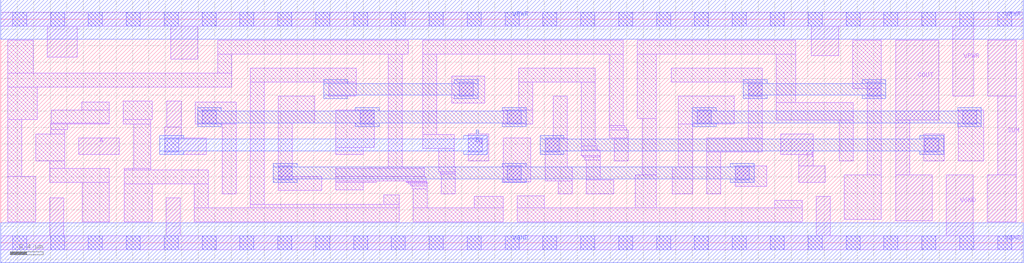
<source format=lef>
# Copyright 2020 The SkyWater PDK Authors
#
# Licensed under the Apache License, Version 2.0 (the "License");
# you may not use this file except in compliance with the License.
# You may obtain a copy of the License at
#
#     https://www.apache.org/licenses/LICENSE-2.0
#
# Unless required by applicable law or agreed to in writing, software
# distributed under the License is distributed on an "AS IS" BASIS,
# WITHOUT WARRANTIES OR CONDITIONS OF ANY KIND, either express or implied.
# See the License for the specific language governing permissions and
# limitations under the License.
#
# SPDX-License-Identifier: Apache-2.0

VERSION 5.7 ;
  NAMESCASESENSITIVE ON ;
  NOWIREEXTENSIONATPIN ON ;
  DIVIDERCHAR "/" ;
  BUSBITCHARS "[]" ;
UNITS
  DATABASE MICRONS 200 ;
END UNITS
MACRO sky130_fd_sc_hd__fah_1
  CLASS CORE ;
  SOURCE USER ;
  FOREIGN sky130_fd_sc_hd__fah_1 ;
  ORIGIN  0.000000  0.000000 ;
  SIZE  12.42000 BY  2.720000 ;
  SYMMETRY X Y R90 ;
  SITE unithd ;
  PIN A
    ANTENNAGATEAREA  0.492000 ;
    DIRECTION INPUT ;
    USE SIGNAL ;
    PORT
      LAYER li1 ;
        RECT 0.950000 1.075000 1.440000 1.275000 ;
    END
  END A
  PIN B
    ANTENNAGATEAREA  0.691500 ;
    DIRECTION INPUT ;
    USE SIGNAL ;
    PORT
      LAYER li1 ;
        RECT 1.990000 1.075000 2.495000 1.275000 ;
        RECT 1.990000 1.275000 2.190000 1.410000 ;
        RECT 2.015000 1.410000 2.190000 1.725000 ;
        RECT 5.675000 0.995000 5.925000 1.325000 ;
      LAYER mcon ;
        RECT 1.990000 1.105000 2.160000 1.275000 ;
        RECT 5.680000 1.105000 5.850000 1.275000 ;
      LAYER met1 ;
        RECT 1.930000 1.075000 2.220000 1.120000 ;
        RECT 1.930000 1.120000 5.910000 1.260000 ;
        RECT 1.930000 1.260000 2.220000 1.305000 ;
        RECT 5.620000 1.075000 5.910000 1.120000 ;
        RECT 5.620000 1.260000 5.910000 1.305000 ;
    END
  END B
  PIN CI
    ANTENNAGATEAREA  0.246000 ;
    DIRECTION INPUT ;
    USE SIGNAL ;
    PORT
      LAYER li1 ;
        RECT 9.475000 1.075000  9.865000 1.325000 ;
        RECT 9.690000 0.735000 10.010000 0.935000 ;
        RECT 9.690000 0.935000  9.865000 1.075000 ;
    END
  END CI
  PIN COUT
    ANTENNADIFFAREA  0.435500 ;
    DIRECTION OUTPUT ;
    USE SIGNAL ;
    PORT
      LAYER li1 ;
        RECT 10.870000 0.270000 11.310000 0.825000 ;
        RECT 10.870000 0.825000 11.040000 1.495000 ;
        RECT 10.870000 1.495000 11.390000 2.465000 ;
    END
  END COUT
  PIN SUM
    ANTENNADIFFAREA  0.506000 ;
    DIRECTION OUTPUT ;
    USE SIGNAL ;
    PORT
      LAYER li1 ;
        RECT 11.980000 0.255000 12.335000 0.825000 ;
        RECT 11.985000 1.785000 12.335000 2.465000 ;
        RECT 12.110000 0.825000 12.335000 1.785000 ;
    END
  END SUM
  PIN VGND
    DIRECTION INOUT ;
    SHAPE ABUTMENT ;
    USE GROUND ;
    PORT
      LAYER li1 ;
        RECT  0.000000 -0.085000 12.420000 0.085000 ;
        RECT  0.595000  0.085000  0.765000 0.545000 ;
        RECT  2.010000  0.085000  2.180000 0.545000 ;
        RECT  9.905000  0.085000 10.075000 0.565000 ;
        RECT 11.480000  0.085000 11.810000 0.825000 ;
      LAYER mcon ;
        RECT  0.145000 -0.085000  0.315000 0.085000 ;
        RECT  0.605000 -0.085000  0.775000 0.085000 ;
        RECT  1.065000 -0.085000  1.235000 0.085000 ;
        RECT  1.525000 -0.085000  1.695000 0.085000 ;
        RECT  1.985000 -0.085000  2.155000 0.085000 ;
        RECT  2.445000 -0.085000  2.615000 0.085000 ;
        RECT  2.905000 -0.085000  3.075000 0.085000 ;
        RECT  3.365000 -0.085000  3.535000 0.085000 ;
        RECT  3.825000 -0.085000  3.995000 0.085000 ;
        RECT  4.285000 -0.085000  4.455000 0.085000 ;
        RECT  4.745000 -0.085000  4.915000 0.085000 ;
        RECT  5.205000 -0.085000  5.375000 0.085000 ;
        RECT  5.665000 -0.085000  5.835000 0.085000 ;
        RECT  6.125000 -0.085000  6.295000 0.085000 ;
        RECT  6.585000 -0.085000  6.755000 0.085000 ;
        RECT  7.045000 -0.085000  7.215000 0.085000 ;
        RECT  7.505000 -0.085000  7.675000 0.085000 ;
        RECT  7.965000 -0.085000  8.135000 0.085000 ;
        RECT  8.425000 -0.085000  8.595000 0.085000 ;
        RECT  8.885000 -0.085000  9.055000 0.085000 ;
        RECT  9.345000 -0.085000  9.515000 0.085000 ;
        RECT  9.805000 -0.085000  9.975000 0.085000 ;
        RECT 10.265000 -0.085000 10.435000 0.085000 ;
        RECT 10.725000 -0.085000 10.895000 0.085000 ;
        RECT 11.185000 -0.085000 11.355000 0.085000 ;
        RECT 11.645000 -0.085000 11.815000 0.085000 ;
        RECT 12.105000 -0.085000 12.275000 0.085000 ;
      LAYER met1 ;
        RECT 0.000000 -0.240000 12.420000 0.240000 ;
    END
  END VGND
  PIN VPWR
    DIRECTION INOUT ;
    SHAPE ABUTMENT ;
    USE POWER ;
    PORT
      LAYER li1 ;
        RECT  0.000000 2.635000 12.420000 2.805000 ;
        RECT  0.565000 2.260000  0.930000 2.635000 ;
        RECT  2.065000 2.235000  2.395000 2.635000 ;
        RECT  9.840000 2.275000 10.175000 2.635000 ;
        RECT 11.560000 1.785000 11.815000 2.635000 ;
      LAYER mcon ;
        RECT  0.145000 2.635000  0.315000 2.805000 ;
        RECT  0.605000 2.635000  0.775000 2.805000 ;
        RECT  1.065000 2.635000  1.235000 2.805000 ;
        RECT  1.525000 2.635000  1.695000 2.805000 ;
        RECT  1.985000 2.635000  2.155000 2.805000 ;
        RECT  2.445000 2.635000  2.615000 2.805000 ;
        RECT  2.905000 2.635000  3.075000 2.805000 ;
        RECT  3.365000 2.635000  3.535000 2.805000 ;
        RECT  3.825000 2.635000  3.995000 2.805000 ;
        RECT  4.285000 2.635000  4.455000 2.805000 ;
        RECT  4.745000 2.635000  4.915000 2.805000 ;
        RECT  5.205000 2.635000  5.375000 2.805000 ;
        RECT  5.665000 2.635000  5.835000 2.805000 ;
        RECT  6.125000 2.635000  6.295000 2.805000 ;
        RECT  6.585000 2.635000  6.755000 2.805000 ;
        RECT  7.045000 2.635000  7.215000 2.805000 ;
        RECT  7.505000 2.635000  7.675000 2.805000 ;
        RECT  7.965000 2.635000  8.135000 2.805000 ;
        RECT  8.425000 2.635000  8.595000 2.805000 ;
        RECT  8.885000 2.635000  9.055000 2.805000 ;
        RECT  9.345000 2.635000  9.515000 2.805000 ;
        RECT  9.805000 2.635000  9.975000 2.805000 ;
        RECT 10.265000 2.635000 10.435000 2.805000 ;
        RECT 10.725000 2.635000 10.895000 2.805000 ;
        RECT 11.185000 2.635000 11.355000 2.805000 ;
        RECT 11.645000 2.635000 11.815000 2.805000 ;
        RECT 12.105000 2.635000 12.275000 2.805000 ;
      LAYER met1 ;
        RECT 0.000000 2.480000 12.420000 2.960000 ;
    END
  END VPWR
  OBS
    LAYER li1 ;
      RECT  0.085000 0.255000  0.425000 0.805000 ;
      RECT  0.085000 0.805000  0.255000 1.500000 ;
      RECT  0.085000 1.500000  0.445000 1.895000 ;
      RECT  0.085000 1.895000  2.805000 2.065000 ;
      RECT  0.085000 2.065000  0.395000 2.465000 ;
      RECT  0.425000 0.995000  0.780000 1.325000 ;
      RECT  0.595000 0.735000  1.320000 0.905000 ;
      RECT  0.595000 0.905000  0.780000 0.995000 ;
      RECT  0.610000 1.325000  0.780000 1.380000 ;
      RECT  0.610000 1.380000  0.815000 1.445000 ;
      RECT  0.610000 1.445000  1.315000 1.455000 ;
      RECT  0.615000 1.455000  1.315000 1.615000 ;
      RECT  0.985000 1.615000  1.315000 1.715000 ;
      RECT  0.990000 0.255000  1.320000 0.735000 ;
      RECT  1.490000 1.445000  1.820000 1.500000 ;
      RECT  1.490000 1.500000  1.840000 1.725000 ;
      RECT  1.500000 0.255000  1.840000 0.715000 ;
      RECT  1.500000 0.715000  2.520000 0.885000 ;
      RECT  1.500000 0.885000  1.820000 0.905000 ;
      RECT  1.615000 0.905000  1.820000 1.445000 ;
      RECT  2.350000 0.255000  4.840000 0.425000 ;
      RECT  2.350000 0.425000  2.520000 0.715000 ;
      RECT  2.360000 1.445000  2.860000 1.715000 ;
      RECT  2.635000 2.065000  2.805000 2.295000 ;
      RECT  2.635000 2.295000  4.950000 2.465000 ;
      RECT  2.690000 0.595000  2.860000 1.445000 ;
      RECT  3.030000 0.425000  4.840000 0.465000 ;
      RECT  3.030000 0.465000  3.200000 1.955000 ;
      RECT  3.030000 1.955000  4.320000 2.125000 ;
      RECT  3.370000 0.635000  3.900000 0.805000 ;
      RECT  3.370000 0.805000  3.540000 1.455000 ;
      RECT  3.370000 1.455000  3.815000 1.785000 ;
      RECT  3.985000 1.785000  4.320000 1.955000 ;
      RECT  4.070000 0.645000  4.400000 0.735000 ;
      RECT  4.070000 0.735000  4.560000 0.755000 ;
      RECT  4.070000 0.755000  5.170000 0.780000 ;
      RECT  4.070000 0.780000  5.155000 0.805000 ;
      RECT  4.070000 0.805000  5.145000 0.905000 ;
      RECT  4.070000 1.075000  4.400000 1.160000 ;
      RECT  4.070000 1.160000  4.535000 1.615000 ;
      RECT  4.480000 0.905000  5.145000 0.925000 ;
      RECT  4.650000 0.465000  4.840000 0.585000 ;
      RECT  4.705000 0.925000  4.875000 2.295000 ;
      RECT  4.925000 0.735000  5.180000 0.740000 ;
      RECT  4.925000 0.740000  5.170000 0.755000 ;
      RECT  4.950000 0.715000  5.180000 0.735000 ;
      RECT  4.980000 0.690000  5.180000 0.715000 ;
      RECT  5.000000 0.655000  5.180000 0.690000 ;
      RECT  5.010000 0.255000  6.100000 0.425000 ;
      RECT  5.010000 0.425000  5.180000 0.655000 ;
      RECT  5.125000 1.150000  5.505000 1.320000 ;
      RECT  5.125000 1.320000  5.295000 2.295000 ;
      RECT  5.125000 2.295000  7.560000 2.465000 ;
      RECT  5.320000 0.865000  5.520000 0.925000 ;
      RECT  5.320000 0.925000  5.505000 1.150000 ;
      RECT  5.335000 0.840000  5.520000 0.865000 ;
      RECT  5.350000 0.595000  5.520000 0.840000 ;
      RECT  5.475000 1.700000  5.875000 2.030000 ;
      RECT  5.750000 0.425000  6.100000 0.565000 ;
      RECT  6.105000 0.740000  6.435000 1.275000 ;
      RECT  6.105000 1.445000  6.460000 1.615000 ;
      RECT  6.270000 0.255000  9.735000 0.425000 ;
      RECT  6.270000 0.425000  6.600000 0.570000 ;
      RECT  6.290000 1.615000  6.460000 1.955000 ;
      RECT  6.290000 1.955000  7.220000 2.125000 ;
      RECT  6.610000 0.755000  6.940000 0.925000 ;
      RECT  6.610000 0.925000  6.880000 1.275000 ;
      RECT  6.710000 1.275000  6.880000 1.785000 ;
      RECT  6.770000 0.595000  6.940000 0.755000 ;
      RECT  7.050000 1.060000  7.280000 1.130000 ;
      RECT  7.050000 1.130000  7.245000 1.175000 ;
      RECT  7.050000 1.175000  7.220000 1.955000 ;
      RECT  7.065000 1.045000  7.280000 1.060000 ;
      RECT  7.090000 1.010000  7.280000 1.045000 ;
      RECT  7.110000 0.595000  7.445000 0.765000 ;
      RECT  7.110000 0.765000  7.280000 1.010000 ;
      RECT  7.390000 1.275000  7.620000 1.375000 ;
      RECT  7.390000 1.375000  7.595000 1.400000 ;
      RECT  7.390000 1.400000  7.575000 1.425000 ;
      RECT  7.390000 1.425000  7.560000 2.295000 ;
      RECT  7.450000 0.995000  7.620000 1.275000 ;
      RECT  7.705000 0.425000  7.960000 0.825000 ;
      RECT  7.730000 1.510000  7.960000 2.295000 ;
      RECT  7.730000 2.295000  9.655000 2.465000 ;
      RECT  7.790000 0.825000  7.960000 1.510000 ;
      RECT  8.145000 1.955000  9.250000 2.125000 ;
      RECT  8.155000 0.595000  8.405000 0.925000 ;
      RECT  8.225000 0.925000  8.405000 1.445000 ;
      RECT  8.225000 1.445000  8.910000 1.785000 ;
      RECT  8.575000 0.595000  8.745000 1.105000 ;
      RECT  8.575000 1.105000  9.250000 1.275000 ;
      RECT  8.920000 0.685000  9.300000 0.935000 ;
      RECT  9.080000 1.275000  9.250000 1.955000 ;
      RECT  9.400000 0.425000  9.735000 0.515000 ;
      RECT  9.420000 1.495000 10.350000 1.705000 ;
      RECT  9.420000 1.705000  9.655000 2.295000 ;
      RECT 10.180000 0.995000 10.350000 1.495000 ;
      RECT 10.245000 0.285000 10.690000 0.825000 ;
      RECT 10.345000 1.875000 10.690000 2.465000 ;
      RECT 10.520000 0.825000 10.690000 1.875000 ;
      RECT 11.210000 0.995000 11.460000 1.325000 ;
      RECT 11.630000 0.995000 11.940000 1.615000 ;
    LAYER mcon ;
      RECT  2.450000 1.445000  2.620000 1.615000 ;
      RECT  3.370000 0.765000  3.540000 0.935000 ;
      RECT  4.365000 1.445000  4.535000 1.615000 ;
      RECT  5.570000 1.785000  5.740000 1.955000 ;
      RECT  6.150000 0.765000  6.320000 0.935000 ;
      RECT  6.150000 1.445000  6.320000 1.615000 ;
      RECT  6.610000 1.105000  6.780000 1.275000 ;
      RECT  8.460000 1.445000  8.630000 1.615000 ;
      RECT  8.920000 0.765000  9.090000 0.935000 ;
      RECT  9.080000 1.785000  9.250000 1.955000 ;
      RECT 10.520000 1.785000 10.690000 1.955000 ;
      RECT 11.220000 1.105000 11.390000 1.275000 ;
      RECT 11.680000 1.445000 11.850000 1.615000 ;
    LAYER met1 ;
      RECT  2.390000 1.415000  2.680000 1.460000 ;
      RECT  2.390000 1.460000  6.380000 1.600000 ;
      RECT  2.390000 1.600000  2.680000 1.645000 ;
      RECT  3.310000 0.735000  3.600000 0.780000 ;
      RECT  3.310000 0.780000  9.150000 0.920000 ;
      RECT  3.310000 0.920000  3.600000 0.965000 ;
      RECT  3.925000 1.755000  4.215000 1.800000 ;
      RECT  3.925000 1.800000  5.800000 1.940000 ;
      RECT  3.925000 1.940000  4.215000 1.985000 ;
      RECT  4.305000 1.415000  4.595000 1.460000 ;
      RECT  4.305000 1.600000  4.595000 1.645000 ;
      RECT  5.510000 1.755000  5.800000 1.800000 ;
      RECT  5.510000 1.940000  5.800000 1.985000 ;
      RECT  6.090000 0.735000  6.380000 0.780000 ;
      RECT  6.090000 0.920000  6.380000 0.965000 ;
      RECT  6.090000 1.415000  6.380000 1.460000 ;
      RECT  6.090000 1.600000  6.380000 1.645000 ;
      RECT  6.550000 1.075000  6.840000 1.120000 ;
      RECT  6.550000 1.120000 11.450000 1.260000 ;
      RECT  6.550000 1.260000  6.840000 1.305000 ;
      RECT  8.400000 1.415000  8.690000 1.460000 ;
      RECT  8.400000 1.460000 11.910000 1.600000 ;
      RECT  8.400000 1.600000  8.690000 1.645000 ;
      RECT  8.860000 0.735000  9.150000 0.780000 ;
      RECT  8.860000 0.920000  9.150000 0.965000 ;
      RECT  9.020000 1.755000  9.310000 1.800000 ;
      RECT  9.020000 1.800000 10.750000 1.940000 ;
      RECT  9.020000 1.940000  9.310000 1.985000 ;
      RECT 10.460000 1.755000 10.750000 1.800000 ;
      RECT 10.460000 1.940000 10.750000 1.985000 ;
      RECT 11.160000 1.075000 11.450000 1.120000 ;
      RECT 11.160000 1.260000 11.450000 1.305000 ;
      RECT 11.620000 1.415000 11.910000 1.460000 ;
      RECT 11.620000 1.600000 11.910000 1.645000 ;
  END
END sky130_fd_sc_hd__fah_1

</source>
